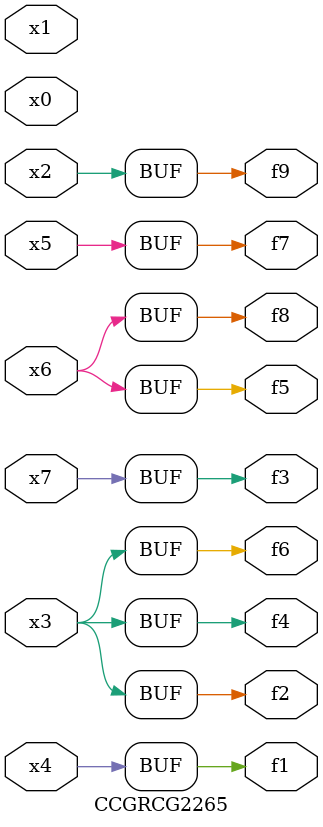
<source format=v>
module CCGRCG2265(
	input x0, x1, x2, x3, x4, x5, x6, x7,
	output f1, f2, f3, f4, f5, f6, f7, f8, f9
);
	assign f1 = x4;
	assign f2 = x3;
	assign f3 = x7;
	assign f4 = x3;
	assign f5 = x6;
	assign f6 = x3;
	assign f7 = x5;
	assign f8 = x6;
	assign f9 = x2;
endmodule

</source>
